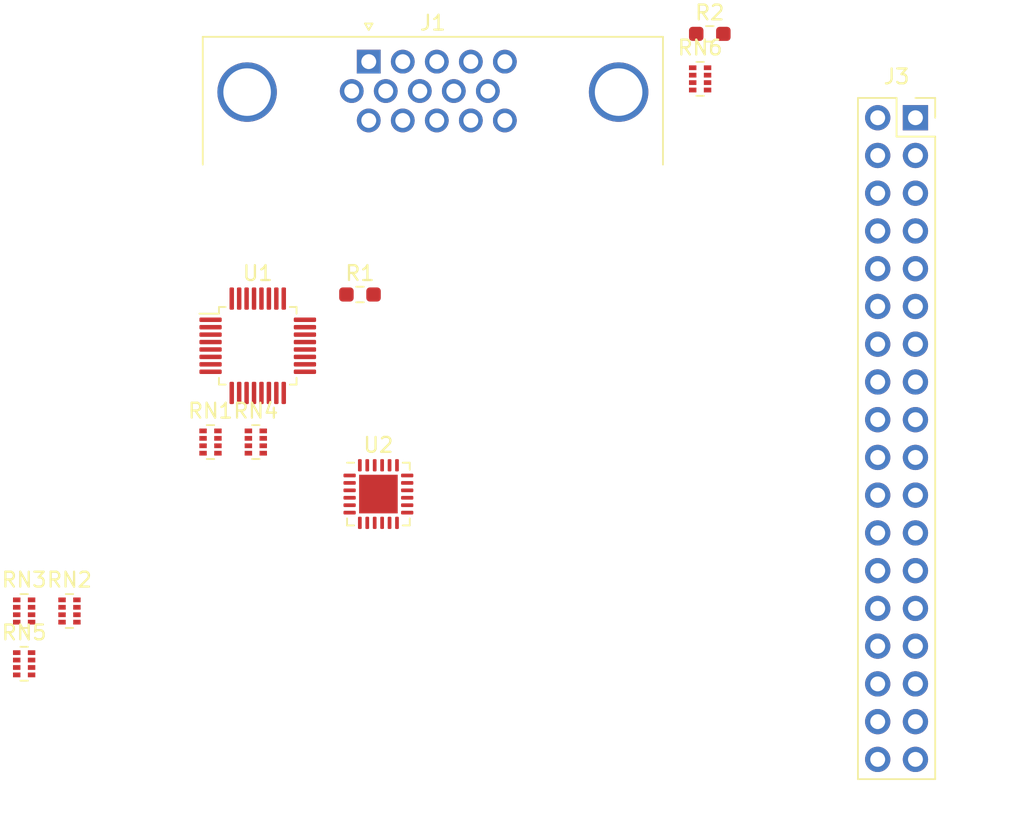
<source format=kicad_pcb>
(kicad_pcb (version 20211014) (generator pcbnew)
  (layers (0 "F.Cu" signal) (31 "B.Cu" signal) (34 "B.Paste" user) (35 "F.Paste" user) (36 "B.SilkS" user "B.Silkscreen") (37 "F.SilkS" user "F.Silkscreen") (38 "B.Mask" user) (39 "F.Mask" user) (44 "Edge.Cuts" user))
  (net 0 "")
  (net 1 "GND")
  (net 2 "/VGA_RED")
  (net 3 "/VGA_GREEN")
  (net 4 "/VGA_BLUE")
  (net 9 "Net-(J1-Pad13)")
  (net 10 "Net-(J1-Pad14)")
  (net 12 "VDD")
  (net 44 "/VGA_HS")
  (net 45 "/VGA_VS")
  (net 48 "/VGA_RED_2")
  (net 49 "/VGA_RED_3")
  (net 52 "/VGA_GREEN_2")
  (net 53 "/VGA_GREEN_3")
  (net 54 "Net-(RN3-Pad2)")
  (net 57 "/VGA_RED_0")
  (net 58 "/VGA_RED_1")
  (net 59 "Net-(RN4-Pad2)")
  (net 62 "/VGA_GREEN_0")
  (net 63 "/VGA_GREEN_1")
  (net 66 "/VGA_BLUE_2")
  (net 67 "/VGA_BLUE_3")
  (net 70 "/VGA_BLUE_0")
  (net 71 "/VGA_BLUE_1")
  (net 105 "Net-(U2-Pad2)")
  (net 128 "Net-(RN6-Pad3)")
  (footprint "Connector_Dsub:DSUB-15-HD_Male_Horizontal_P2.29x1.98mm_EdgePinOffset3.03mm_Housed_MountingHolesOffset4.94mm" (layer "F.Cu") (at 133.45 61.05)
    (fp_text reference "J1" (at 4.315 -2.61) (layer "F.SilkS"))
    (fp_text value "DB15_Female_HighDensity_MountingHoles")
    (fp_line (start -11.17 6.93) (end -11.17 -1.67) (layer "F.SilkS") (width 0.12))
    (fp_line (start 0.25 -2.564338) (end 0 -2.131325) (layer "F.SilkS") (width 0.12))
    (fp_line (start 19.8 -1.67) (end 19.8 6.93) (layer "F.SilkS") (width 0.12))
    (fp_line (start -0.25 -2.564338) (end 0.25 -2.564338) (layer "F.SilkS") (width 0.12))
    (fp_line (start -11.17 -1.67) (end 19.8 -1.67) (layer "F.SilkS") (width 0.12))
    (fp_line (start 0 -2.131325) (end -0.25 -2.564338) (layer "F.SilkS") (width 0.12))
    (pad "0" thru_hole circle (at -8.185 2.05) (size 4 4) (drill 3.2) (layers *.Cu *.Mask) (net 1 "GND"))
    (pad "0" thru_hole circle (at 16.815 2.05) (size 4 4) (drill 3.2) (layers *.Cu *.Mask) (net 1 "GND"))
    (pad "1" thru_hole rect (at 0 0) (size 1.6 1.6) (drill 1) (layers *.Cu *.Mask) (net 2 "/VGA_RED"))
    (pad "2" thru_hole circle (at 2.29 0) (size 1.6 1.6) (drill 1) (layers *.Cu *.Mask) (net 3 "/VGA_GREEN"))
    (pad "3" thru_hole circle (at 4.58 0) (size 1.6 1.6) (drill 1) (layers *.Cu *.Mask) (net 4 "/VGA_BLUE"))
    (pad "4" thru_hole circle (at 6.87 0) (size 1.6 1.6) (drill 1) (layers *.Cu *.Mask))
    (pad "5" thru_hole circle (at 9.16 0) (size 1.6 1.6) (drill 1) (layers *.Cu *.Mask) (net 1 "GND"))
    (pad "6" thru_hole circle (at -1.145 1.98) (size 1.6 1.6) (drill 1) (layers *.Cu *.Mask) (net 1 "GND"))
    (pad "7" thru_hole circle (at 1.145 1.98) (size 1.6 1.6) (drill 1) (layers *.Cu *.Mask) (net 1 "GND"))
    (pad "8" thru_hole circle (at 3.435 1.98) (size 1.6 1.6) (drill 1) (layers *.Cu *.Mask) (net 1 "GND"))
    (pad "9" thru_hole circle (at 5.725 1.98) (size 1.6 1.6) (drill 1) (layers *.Cu *.Mask))
    (pad "10" thru_hole circle (at 8.015 1.98) (size 1.6 1.6) (drill 1) (layers *.Cu *.Mask) (net 1 "GND"))
    (pad "11" thru_hole circle (at 0 3.96) (size 1.6 1.6) (drill 1) (layers *.Cu *.Mask))
    (pad "12" thru_hole circle (at 2.29 3.96) (size 1.6 1.6) (drill 1) (layers *.Cu *.Mask))
    (pad "13" thru_hole circle (at 4.58 3.96) (size 1.6 1.6) (drill 1) (layers *.Cu *.Mask) (net 9 "Net-(J1-Pad13)"))
    (pad "14" thru_hole circle (at 6.87 3.96) (size 1.6 1.6) (drill 1) (layers *.Cu *.Mask) (net 10 "Net-(J1-Pad14)"))
    (pad "15" thru_hole circle (at 9.16 3.96) (size 1.6 1.6) (drill 1) (layers *.Cu *.Mask))
  )
  (footprint "Resistor_SMD:R_Array_Concave_4x0402" (layer "F.Cu") (at 110.26 98.020662)
    (fp_text reference "RN3" (at 0 -2.1) (layer "F.SilkS"))
    (fp_text value "2k")
    (fp_line (start 0.25 -1.14) (end -0.25 -1.14) (layer "F.SilkS") (width 0.12))
    (fp_line (start 0.25 1.14) (end -0.25 1.14) (layer "F.SilkS") (width 0.12))
    (pad "1" smd rect (at -0.5 -0.75) (size 0.5 0.32) (layers "F.Cu" "F.Paste" "F.Mask") (net 2 "/VGA_RED"))
    (pad "2" smd rect (at -0.5 -0.25) (size 0.5 0.32) (layers "F.Cu" "F.Paste" "F.Mask") (net 54 "Net-(RN3-Pad2)"))
    (pad "3" smd rect (at -0.5 0.25) (size 0.5 0.32) (layers "F.Cu" "F.Paste" "F.Mask") (net 54 "Net-(RN3-Pad2)"))
    (pad "4" smd rect (at -0.5 0.75) (size 0.5 0.32) (layers "F.Cu" "F.Paste" "F.Mask"))
    (pad "5" smd rect (at 0.5 0.75) (size 0.5 0.32) (layers "F.Cu" "F.Paste" "F.Mask"))
    (pad "6" smd rect (at 0.5 0.25) (size 0.5 0.32) (layers "F.Cu" "F.Paste" "F.Mask") (net 2 "/VGA_RED"))
    (pad "7" smd rect (at 0.5 -0.25) (size 0.5 0.32) (layers "F.Cu" "F.Paste" "F.Mask") (net 57 "/VGA_RED_0"))
    (pad "8" smd rect (at 0.5 -0.75) (size 0.5 0.32) (layers "F.Cu" "F.Paste" "F.Mask") (net 58 "/VGA_RED_1"))
  )
  (footprint "Resistor_SMD:R_0603_1608Metric_Pad0.98x0.95mm_HandSolder" (layer "F.Cu") (at 132.86 76.720662)
    (fp_text reference "R1" (at 0 -1.43) (layer "F.SilkS"))
    (fp_text value "120")
    (fp_line (start -0.254724 0.5225) (end 0.254724 0.5225) (layer "F.SilkS") (width 0.12))
    (fp_line (start -0.254724 -0.5225) (end 0.254724 -0.5225) (layer "F.SilkS") (width 0.12))
    (pad "1" smd roundrect (at -0.9125 0) (size 0.975 0.95) (layers "F.Cu" "F.Paste" "F.Mask") (net 44 "/VGA_HS"))
    (pad "2" smd roundrect (at 0.9125 0) (size 0.975 0.95) (layers "F.Cu" "F.Paste" "F.Mask") (net 9 "Net-(J1-Pad13)"))
  )
  (footprint "Resistor_SMD:R_Array_Concave_4x0402" (layer "F.Cu") (at 122.8 86.650662)
    (fp_text reference "RN1" (at 0 -2.1) (layer "F.SilkS"))
    (fp_text value "1k")
    (fp_line (start 0.25 1.14) (end -0.25 1.14) (layer "F.SilkS") (width 0.12))
    (fp_line (start 0.25 -1.14) (end -0.25 -1.14) (layer "F.SilkS") (width 0.12))
    (pad "1" smd rect (at -0.5 -0.75) (size 0.5 0.32) (layers "F.Cu" "F.Paste" "F.Mask") (net 2 "/VGA_RED"))
    (pad "2" smd rect (at -0.5 -0.25) (size 0.5 0.32) (layers "F.Cu" "F.Paste" "F.Mask") (net 2 "/VGA_RED"))
    (pad "3" smd rect (at -0.5 0.25) (size 0.5 0.32) (layers "F.Cu" "F.Paste" "F.Mask") (net 2 "/VGA_RED"))
    (pad "4" smd rect (at -0.5 0.75) (size 0.5 0.32) (layers "F.Cu" "F.Paste" "F.Mask"))
    (pad "5" smd rect (at 0.5 0.75) (size 0.5 0.32) (layers "F.Cu" "F.Paste" "F.Mask"))
    (pad "6" smd rect (at 0.5 0.25) (size 0.5 0.32) (layers "F.Cu" "F.Paste" "F.Mask") (net 48 "/VGA_RED_2"))
    (pad "7" smd rect (at 0.5 -0.25) (size 0.5 0.32) (layers "F.Cu" "F.Paste" "F.Mask") (net 49 "/VGA_RED_3"))
    (pad "8" smd rect (at 0.5 -0.75) (size 0.5 0.32) (layers "F.Cu" "F.Paste" "F.Mask") (net 49 "/VGA_RED_3"))
  )
  (footprint "Resistor_SMD:R_Array_Concave_4x0402" (layer "F.Cu") (at 125.85 86.650662)
    (fp_text reference "RN4" (at 0 -2.1) (layer "F.SilkS"))
    (fp_text value "2k")
    (fp_line (start 0.25 -1.14) (end -0.25 -1.14) (layer "F.SilkS") (width 0.12))
    (fp_line (start 0.25 1.14) (end -0.25 1.14) (layer "F.SilkS") (width 0.12))
    (pad "1" smd rect (at -0.5 -0.75) (size 0.5 0.32) (layers "F.Cu" "F.Paste" "F.Mask") (net 3 "/VGA_GREEN"))
    (pad "2" smd rect (at -0.5 -0.25) (size 0.5 0.32) (layers "F.Cu" "F.Paste" "F.Mask") (net 59 "Net-(RN4-Pad2)"))
    (pad "3" smd rect (at -0.5 0.25) (size 0.5 0.32) (layers "F.Cu" "F.Paste" "F.Mask") (net 59 "Net-(RN4-Pad2)"))
    (pad "4" smd rect (at -0.5 0.75) (size 0.5 0.32) (layers "F.Cu" "F.Paste" "F.Mask"))
    (pad "5" smd rect (at 0.5 0.75) (size 0.5 0.32) (layers "F.Cu" "F.Paste" "F.Mask"))
    (pad "6" smd rect (at 0.5 0.25) (size 0.5 0.32) (layers "F.Cu" "F.Paste" "F.Mask") (net 3 "/VGA_GREEN"))
    (pad "7" smd rect (at 0.5 -0.25) (size 0.5 0.32) (layers "F.Cu" "F.Paste" "F.Mask") (net 62 "/VGA_GREEN_0"))
    (pad "8" smd rect (at 0.5 -0.75) (size 0.5 0.32) (layers "F.Cu" "F.Paste" "F.Mask") (net 63 "/VGA_GREEN_1"))
  )
  (footprint "Resistor_SMD:R_Array_Concave_4x0402" (layer "F.Cu") (at 110.26 101.570662)
    (fp_text reference "RN5" (at 0 -2.1) (layer "F.SilkS"))
    (fp_text value "1k")
    (fp_line (start 0.25 -1.14) (end -0.25 -1.14) (layer "F.SilkS") (width 0.12))
    (fp_line (start 0.25 1.14) (end -0.25 1.14) (layer "F.SilkS") (width 0.12))
    (pad "1" smd rect (at -0.5 -0.75) (size 0.5 0.32) (layers "F.Cu" "F.Paste" "F.Mask") (net 4 "/VGA_BLUE"))
    (pad "2" smd rect (at -0.5 -0.25) (size 0.5 0.32) (layers "F.Cu" "F.Paste" "F.Mask") (net 4 "/VGA_BLUE"))
    (pad "3" smd rect (at -0.5 0.25) (size 0.5 0.32) (layers "F.Cu" "F.Paste" "F.Mask") (net 4 "/VGA_BLUE"))
    (pad "4" smd rect (at -0.5 0.75) (size 0.5 0.32) (layers "F.Cu" "F.Paste" "F.Mask"))
    (pad "5" smd rect (at 0.5 0.75) (size 0.5 0.32) (layers "F.Cu" "F.Paste" "F.Mask"))
    (pad "6" smd rect (at 0.5 0.25) (size 0.5 0.32) (layers "F.Cu" "F.Paste" "F.Mask") (net 66 "/VGA_BLUE_2"))
    (pad "7" smd rect (at 0.5 -0.25) (size 0.5 0.32) (layers "F.Cu" "F.Paste" "F.Mask") (net 67 "/VGA_BLUE_3"))
    (pad "8" smd rect (at 0.5 -0.75) (size 0.5 0.32) (layers "F.Cu" "F.Paste" "F.Mask") (net 67 "/VGA_BLUE_3"))
  )
  (footprint "Package_DFN_QFN:QFN-24-1EP_4x4mm_P0.5mm_EP2.6x2.6mm" (layer "F.Cu") (at 134.1 90.15)
    (fp_text reference "U2" (at 0 -3.3) (layer "F.SilkS"))
    (fp_text value "CP2102N-Axx-xQFN24")
    (fp_line (start 2.11 -2.11) (end 2.11 -1.635) (layer "F.SilkS") (width 0.12))
    (fp_line (start -2.11 2.11) (end -2.11 1.635) (layer "F.SilkS") (width 0.12))
    (fp_line (start -1.635 -2.11) (end -2.11 -2.11) (layer "F.SilkS") (width 0.12))
    (fp_line (start 2.11 2.11) (end 2.11 1.635) (layer "F.SilkS") (width 0.12))
    (fp_line (start 1.635 2.11) (end 2.11 2.11) (layer "F.SilkS") (width 0.12))
    (fp_line (start -1.635 2.11) (end -2.11 2.11) (layer "F.SilkS") (width 0.12))
    (fp_line (start 1.635 -2.11) (end 2.11 -2.11) (layer "F.SilkS") (width 0.12))
    (pad "1" smd roundrect (at -1.9375 -1.25) (size 0.825 0.25) (layers "F.Cu" "F.Paste" "F.Mask"))
    (pad "2" smd roundrect (at -1.9375 -0.75) (size 0.825 0.25) (layers "F.Cu" "F.Paste" "F.Mask") (net 105 "Net-(U2-Pad2)"))
    (pad "3" smd roundrect (at -1.9375 -0.25) (size 0.825 0.25) (layers "F.Cu" "F.Paste" "F.Mask"))
    (pad "4" smd roundrect (at -1.9375 0.25) (size 0.825 0.25) (layers "F.Cu" "F.Paste" "F.Mask"))
    (pad "5" smd roundrect (at -1.9375 0.75) (size 0.825 0.25) (layers "F.Cu" "F.Paste" "F.Mask"))
    (pad "6" smd roundrect (at -1.9375 1.25) (size 0.825 0.25) (layers "F.Cu" "F.Paste" "F.Mask"))
    (pad "7" smd roundrect (at -1.25 1.9375) (size 0.25 0.825) (layers "F.Cu" "F.Paste" "F.Mask"))
    (pad "8" smd roundrect (at -0.75 1.9375) (size 0.25 0.825) (layers "F.Cu" "F.Paste" "F.Mask"))
    (pad "9" smd roundrect (at -0.25 1.9375) (size 0.25 0.825) (layers "F.Cu" "F.Paste" "F.Mask"))
    (pad "10" smd roundrect (at 0.25 1.9375) (size 0.25 0.825) (layers "F.Cu" "F.Paste" "F.Mask"))
    (pad "11" smd roundrect (at 0.75 1.9375) (size 0.25 0.825) (layers "F.Cu" "F.Paste" "F.Mask"))
    (pad "12" smd roundrect (at 1.25 1.9375) (size 0.25 0.825) (layers "F.Cu" "F.Paste" "F.Mask"))
    (pad "13" smd roundrect (at 1.9375 1.25) (size 0.825 0.25) (layers "F.Cu" "F.Paste" "F.Mask"))
    (pad "14" smd roundrect (at 1.9375 0.75) (size 0.825 0.25) (layers "F.Cu" "F.Paste" "F.Mask"))
    (pad "15" smd roundrect (at 1.9375 0.25) (size 0.825 0.25) (layers "F.Cu" "F.Paste" "F.Mask"))
    (pad "16" smd roundrect (at 1.9375 -0.25) (size 0.825 0.25) (layers "F.Cu" "F.Paste" "F.Mask"))
    (pad "17" smd roundrect (at 1.9375 -0.75) (size 0.825 0.25) (layers "F.Cu" "F.Paste" "F.Mask"))
    (pad "18" smd roundrect (at 1.9375 -1.25) (size 0.825 0.25) (layers "F.Cu" "F.Paste" "F.Mask"))
    (pad "19" smd roundrect (at 1.25 -1.9375) (size 0.25 0.825) (layers "F.Cu" "F.Paste" "F.Mask"))
    (pad "20" smd roundrect (at 0.75 -1.9375) (size 0.25 0.825) (layers "F.Cu" "F.Paste" "F.Mask"))
    (pad "21" smd roundrect (at 0.25 -1.9375) (size 0.25 0.825) (layers "F.Cu" "F.Paste" "F.Mask"))
    (pad "22" smd roundrect (at -0.25 -1.9375) (size 0.25 0.825) (layers "F.Cu" "F.Paste" "F.Mask"))
    (pad "23" smd roundrect (at -0.75 -1.9375) (size 0.25 0.825) (layers "F.Cu" "F.Paste" "F.Mask"))
    (pad "24" smd roundrect (at -1.25 -1.9375) (size 0.25 0.825) (layers "F.Cu" "F.Paste" "F.Mask"))
    (pad "25" smd rect (at 0 0) (size 2.6 2.6) (layers "F.Cu" "F.Mask") (net 105 "Net-(U2-Pad2)"))
  )
  (footprint "Package_QFP:LQFP-32_5x5mm_P0.5mm" (layer "F.Cu") (at 125.98 80.170662)
    (fp_text reference "U1" (at 0 -4.88) (layer "F.SilkS"))
    (fp_text value "MAX3421E")
    (fp_line (start 2.61 2.61) (end 2.61 2.16) (layer "F.SilkS") (width 0.12))
    (fp_line (start -2.61 2.61) (end -2.61 2.16) (layer "F.SilkS") (width 0.12))
    (fp_line (start -2.16 -2.61) (end -2.61 -2.61) (layer "F.SilkS") (width 0.12))
    (fp_line (start -2.61 -2.61) (end -2.61 -2.16) (layer "F.SilkS") (width 0.12))
    (fp_line (start -2.61 -2.16) (end -3.925 -2.16) (layer "F.SilkS") (width 0.12))
    (fp_line (start 2.16 -2.61) (end 2.61 -2.61) (layer "F.SilkS") (width 0.12))
    (fp_line (start 2.61 -2.61) (end 2.61 -2.16) (layer "F.SilkS") (width 0.12))
    (fp_line (start 2.16 2.61) (end 2.61 2.61) (layer "F.SilkS") (width 0.12))
    (fp_line (start -2.16 2.61) (end -2.61 2.61) (layer "F.SilkS") (width 0.12))
    (pad "1" smd roundrect (at -3.175 -1.75) (size 1.5 0.3) (layers "F.Cu" "F.Paste" "F.Mask"))
    (pad "2" smd roundrect (at -3.175 -1.25) (size 1.5 0.3) (layers "F.Cu" "F.Paste" "F.Mask"))
    (pad "3" smd roundrect (at -3.175 -0.75) (size 1.5 0.3) (layers "F.Cu" "F.Paste" "F.Mask"))
    (pad "4" smd roundrect (at -3.175 -0.25) (size 1.5 0.3) (layers "F.Cu" "F.Paste" "F.Mask"))
    (pad "5" smd roundrect (at -3.175 0.25) (size 1.5 0.3) (layers "F.Cu" "F.Paste" "F.Mask"))
    (pad "6" smd roundrect (at -3.175 0.75) (size 1.5 0.3) (layers "F.Cu" "F.Paste" "F.Mask"))
    (pad "7" smd roundrect (at -3.175 1.25) (size 1.5 0.3) (layers "F.Cu" "F.Paste" "F.Mask"))
    (pad "8" smd roundrect (at -3.175 1.75) (size 1.5 0.3) (layers "F.Cu" "F.Paste" "F.Mask"))
    (pad "9" smd roundrect (at -1.75 3.175) (size 0.3 1.5) (layers "F.Cu" "F.Paste" "F.Mask"))
    (pad "10" smd roundrect (at -1.25 3.175) (size 0.3 1.5) (layers "F.Cu" "F.Paste" "F.Mask"))
    (pad "11" smd roundrect (at -0.75 3.175) (size 0.3 1.5) (layers "F.Cu" "F.Paste" "F.Mask"))
    (pad "12" smd roundrect (at -0.25 3.175) (size 0.3 1.5) (layers "F.Cu" "F.Paste" "F.Mask"))
    (pad "13" smd roundrect (at 0.25 3.175) (size 0.3 1.5) (layers "F.Cu" "F.Paste" "F.Mask"))
    (pad "14" smd roundrect (at 0.75 3.175) (size 0.3 1.5) (layers "F.Cu" "F.Paste" "F.Mask"))
    (pad "15" smd roundrect (at 1.25 3.175) (size 0.3 1.5) (layers "F.Cu" "F.Paste" "F.Mask"))
    (pad "16" smd roundrect (at 1.75 3.175) (size 0.3 1.5) (layers "F.Cu" "F.Paste" "F.Mask"))
    (pad "17" smd roundrect (at 3.175 1.75) (size 1.5 0.3) (layers "F.Cu" "F.Paste" "F.Mask"))
    (pad "18" smd roundrect (at 3.175 1.25) (size 1.5 0.3) (layers "F.Cu" "F.Paste" "F.Mask"))
    (pad "19" smd roundrect (at 3.175 0.75) (size 1.5 0.3) (layers "F.Cu" "F.Paste" "F.Mask"))
    (pad "20" smd roundrect (at 3.175 0.25) (size 1.5 0.3) (layers "F.Cu" "F.Paste" "F.Mask"))
    (pad "21" smd roundrect (at 3.175 -0.25) (size 1.5 0.3) (layers "F.Cu" "F.Paste" "F.Mask"))
    (pad "22" smd roundrect (at 3.175 -0.75) (size 1.5 0.3) (layers "F.Cu" "F.Paste" "F.Mask"))
    (pad "23" smd roundrect (at 3.175 -1.25) (size 1.5 0.3) (layers "F.Cu" "F.Paste" "F.Mask"))
    (pad "24" smd roundrect (at 3.175 -1.75) (size 1.5 0.3) (layers "F.Cu" "F.Paste" "F.Mask"))
    (pad "25" smd roundrect (at 1.75 -3.175) (size 0.3 1.5) (layers "F.Cu" "F.Paste" "F.Mask"))
    (pad "26" smd roundrect (at 1.25 -3.175) (size 0.3 1.5) (layers "F.Cu" "F.Paste" "F.Mask"))
    (pad "27" smd roundrect (at 0.75 -3.175) (size 0.3 1.5) (layers "F.Cu" "F.Paste" "F.Mask"))
    (pad "28" smd roundrect (at 0.25 -3.175) (size 0.3 1.5) (layers "F.Cu" "F.Paste" "F.Mask"))
    (pad "29" smd roundrect (at -0.25 -3.175) (size 0.3 1.5) (layers "F.Cu" "F.Paste" "F.Mask"))
    (pad "30" smd roundrect (at -0.75 -3.175) (size 0.3 1.5) (layers "F.Cu" "F.Paste" "F.Mask"))
    (pad "31" smd roundrect (at -1.25 -3.175) (size 0.3 1.5) (layers "F.Cu" "F.Paste" "F.Mask"))
    (pad "32" smd roundrect (at -1.75 -3.175) (size 0.3 1.5) (layers "F.Cu" "F.Paste" "F.Mask"))
  )
  (footprint "Resistor_SMD:R_Array_Concave_4x0402" (layer "F.Cu") (at 155.75 62.210662)
    (fp_text reference "RN6" (at 0 -2.1) (layer "F.SilkS"))
    (fp_text value "2k")
    (fp_line (start 0.25 1.14) (end -0.25 1.14) (layer "F.SilkS") (width 0.12))
    (fp_line (start 0.25 -1.14) (end -0.25 -1.14) (layer "F.SilkS") (width 0.12))
    (pad "1" smd rect (at -0.5 -0.75) (size 0.5 0.32) (layers "F.Cu" "F.Paste" "F.Mask") (net 4 "/VGA_BLUE"))
    (pad "2" smd rect (at -0.5 -0.25) (size 0.5 0.32) (layers "F.Cu" "F.Paste" "F.Mask") (net 128 "Net-(RN6-Pad3)"))
    (pad "3" smd rect (at -0.5 0.25) (size 0.5 0.32) (layers "F.Cu" "F.Paste" "F.Mask") (net 128 "Net-(RN6-Pad3)"))
    (pad "4" smd rect (at -0.5 0.75) (size 0.5 0.32) (layers "F.Cu" "F.Paste" "F.Mask"))
    (pad "5" smd rect (at 0.5 0.75) (size 0.5 0.32) (layers "F.Cu" "F.Paste" "F.Mask"))
    (pad "6" smd rect (at 0.5 0.25) (size 0.5 0.32) (layers "F.Cu" "F.Paste" "F.Mask") (net 4 "/VGA_BLUE"))
    (pad "7" smd rect (at 0.5 -0.25) (size 0.5 0.32) (layers "F.Cu" "F.Paste" "F.Mask") (net 70 "/VGA_BLUE_0"))
    (pad "8" smd rect (at 0.5 -0.75) (size 0.5 0.32) (layers "F.Cu" "F.Paste" "F.Mask") (net 71 "/VGA_BLUE_1"))
  )
  (footprint "Resistor_SMD:R_Array_Concave_4x0402" (layer "F.Cu") (at 113.31 98.020662)
    (fp_text reference "RN2" (at 0 -2.1) (layer "F.SilkS"))
    (fp_text value "1k")
    (fp_line (start 0.25 -1.14) (end -0.25 -1.14) (layer "F.SilkS") (width 0.12))
    (fp_line (start 0.25 1.14) (end -0.25 1.14) (layer "F.SilkS") (width 0.12))
    (pad "1" smd rect (at -0.5 -0.75) (size 0.5 0.32) (layers "F.Cu" "F.Paste" "F.Mask") (net 3 "/VGA_GREEN"))
    (pad "2" smd rect (at -0.5 -0.25) (size 0.5 0.32) (layers "F.Cu" "F.Paste" "F.Mask") (net 3 "/VGA_GREEN"))
    (pad "3" smd rect (at -0.5 0.25) (size 0.5 0.32) (layers "F.Cu" "F.Paste" "F.Mask") (net 3 "/VGA_GREEN"))
    (pad "4" smd rect (at -0.5 0.75) (size 0.5 0.32) (layers "F.Cu" "F.Paste" "F.Mask"))
    (pad "5" smd rect (at 0.5 0.75) (size 0.5 0.32) (layers "F.Cu" "F.Paste" "F.Mask"))
    (pad "6" smd rect (at 0.5 0.25) (size 0.5 0.32) (layers "F.Cu" "F.Paste" "F.Mask") (net 52 "/VGA_GREEN_2"))
    (pad "7" smd rect (at 0.5 -0.25) (size 0.5 0.32) (layers "F.Cu" "F.Paste" "F.Mask") (net 53 "/VGA_GREEN_3"))
    (pad "8" smd rect (at 0.5 -0.75) (size 0.5 0.32) (layers "F.Cu" "F.Paste" "F.Mask") (net 53 "/VGA_GREEN_3"))
  )
  (footprint "Resistor_SMD:R_0603_1608Metric_Pad0.98x0.95mm_HandSolder" (layer "F.Cu") (at 156.4 59.180662)
    (fp_text reference "R2" (at 0 -1.43) (layer "F.SilkS"))
    (fp_text value "120")
    (fp_line (start -0.254724 -0.5225) (end 0.254724 -0.5225) (layer "F.SilkS") (width 0.12))
    (fp_line (start -0.254724 0.5225) (end 0.254724 0.5225) (layer "F.SilkS") (width 0.12))
    (pad "1" smd roundrect (at -0.9125 0) (size 0.975 0.95) (layers "F.Cu" "F.Paste" "F.Mask") (net 45 "/VGA_VS"))
    (pad "2" smd roundrect (at 0.9125 0) (size 0.975 0.95) (layers "F.Cu" "F.Paste" "F.Mask") (net 10 "Net-(J1-Pad14)"))
  )
  (footprint "Connector_PinSocket_2.54mm:PinSocket_2x18_P2.54mm_Vertical" (layer "F.Cu") (at 170.24 64.825)
    (fp_text reference "J3" (at -1.27 -2.77) (layer "F.SilkS"))
    (fp_text value "Conn_02x18_Odd_Even")
    (fp_line (start -1.27 -1.33) (end -1.27 1.27) (layer "F.SilkS") (width 0.12))
    (fp_line (start -1.27 1.27) (end 1.33 1.27) (layer "F.SilkS") (width 0.12))
    (fp_line (start 1.33 -1.33) (end 1.33 0) (layer "F.SilkS") (width 0.12))
    (fp_line (start -3.87 -1.33) (end -3.87 44.51) (layer "F.SilkS") (width 0.12))
    (fp_line (start -3.87 -1.33) (end -1.27 -1.33) (layer "F.SilkS") (width 0.12))
    (fp_line (start 0 -1.33) (end 1.33 -1.33) (layer "F.SilkS") (width 0.12))
    (fp_line (start 1.33 1.27) (end 1.33 44.51) (layer "F.SilkS") (width 0.12))
    (fp_line (start -3.87 44.51) (end 1.33 44.51) (layer "F.SilkS") (width 0.12))
    (pad "1" thru_hole rect (at 0 0) (size 1.7 1.7) (drill 1) (layers *.Cu *.Mask) (net 12 "VDD"))
    (pad "2" thru_hole oval (at -2.54 0) (size 1.7 1.7) (drill 1) (layers *.Cu *.Mask) (net 12 "VDD"))
    (pad "3" thru_hole oval (at 0 2.54) (size 1.7 1.7) (drill 1) (layers *.Cu *.Mask))
    (pad "4" thru_hole oval (at -2.54 2.54) (size 1.7 1.7) (drill 1) (layers *.Cu *.Mask))
    (pad "5" thru_hole oval (at 0 5.08) (size 1.7 1.7) (drill 1) (layers *.Cu *.Mask))
    (pad "6" thru_hole oval (at -2.54 5.08) (size 1.7 1.7) (drill 1) (layers *.Cu *.Mask))
    (pad "7" thru_hole oval (at 0 7.62) (size 1.7 1.7) (drill 1) (layers *.Cu *.Mask))
    (pad "8" thru_hole oval (at -2.54 7.62) (size 1.7 1.7) (drill 1) (layers *.Cu *.Mask))
    (pad "9" thru_hole oval (at 0 10.16) (size 1.7 1.7) (drill 1) (layers *.Cu *.Mask))
    (pad "10" thru_hole oval (at -2.54 10.16) (size 1.7 1.7) (drill 1) (layers *.Cu *.Mask))
    (pad "11" thru_hole oval (at 0 12.7) (size 1.7 1.7) (drill 1) (layers *.Cu *.Mask))
    (pad "12" thru_hole oval (at -2.54 12.7) (size 1.7 1.7) (drill 1) (layers *.Cu *.Mask))
    (pad "13" thru_hole oval (at 0 15.24) (size 1.7 1.7) (drill 1) (layers *.Cu *.Mask))
    (pad "14" thru_hole oval (at -2.54 15.24) (size 1.7 1.7) (drill 1) (layers *.Cu *.Mask))
    (pad "15" thru_hole oval (at 0 17.78) (size 1.7 1.7) (drill 1) (layers *.Cu *.Mask))
    (pad "16" thru_hole oval (at -2.54 17.78) (size 1.7 1.7) (drill 1) (layers *.Cu *.Mask))
    (pad "17" thru_hole oval (at 0 20.32) (size 1.7 1.7) (drill 1) (layers *.Cu *.Mask))
    (pad "18" thru_hole oval (at -2.54 20.32) (size 1.7 1.7) (drill 1) (layers *.Cu *.Mask))
    (pad "19" thru_hole oval (at 0 22.86) (size 1.7 1.7) (drill 1) (layers *.Cu *.Mask))
    (pad "20" thru_hole oval (at -2.54 22.86) (size 1.7 1.7) (drill 1) (layers *.Cu *.Mask))
    (pad "21" thru_hole oval (at 0 25.4) (size 1.7 1.7) (drill 1) (layers *.Cu *.Mask))
    (pad "22" thru_hole oval (at -2.54 25.4) (size 1.7 1.7) (drill 1) (layers *.Cu *.Mask))
    (pad "23" thru_hole oval (at 0 27.94) (size 1.7 1.7) (drill 1) (layers *.Cu *.Mask))
    (pad "24" thru_hole oval (at -2.54 27.94) (size 1.7 1.7) (drill 1) (layers *.Cu *.Mask))
    (pad "25" thru_hole oval (at 0 30.48) (size 1.7 1.7) (drill 1) (layers *.Cu *.Mask))
    (pad "26" thru_hole oval (at -2.54 30.48) (size 1.7 1.7) (drill 1) (layers *.Cu *.Mask))
    (pad "27" thru_hole oval (at 0 33.02) (size 1.7 1.7) (drill 1) (layers *.Cu *.Mask))
    (pad "28" thru_hole oval (at -2.54 33.02) (size 1.7 1.7) (drill 1) (layers *.Cu *.Mask))
    (pad "29" thru_hole oval (at 0 35.56) (size 1.7 1.7) (drill 1) (layers *.Cu *.Mask))
    (pad "30" thru_hole oval (at -2.54 35.56) (size 1.7 1.7) (drill 1) (layers *.Cu *.Mask))
    (pad "31" thru_hole oval (at 0 38.1) (size 1.7 1.7) (drill 1) (layers *.Cu *.Mask))
    (pad "32" thru_hole oval (at -2.54 38.1) (size 1.7 1.7) (drill 1) (layers *.Cu *.Mask))
    (pad "33" thru_hole oval (at 0 40.64) (size 1.7 1.7) (drill 1) (layers *.Cu *.Mask))
    (pad "34" thru_hole oval (at -2.54 40.64) (size 1.7 1.7) (drill 1) (layers *.Cu *.Mask) (net 1 "GND"))
    (pad "35" thru_hole oval (at 0 43.18) (size 1.7 1.7) (drill 1) (layers *.Cu *.Mask) (net 1 "GND"))
    (pad "36" thru_hole oval (at -2.54 43.18) (size 1.7 1.7) (drill 1) (layers *.Cu *.Mask) (net 1 "GND"))
  )
)
</source>
